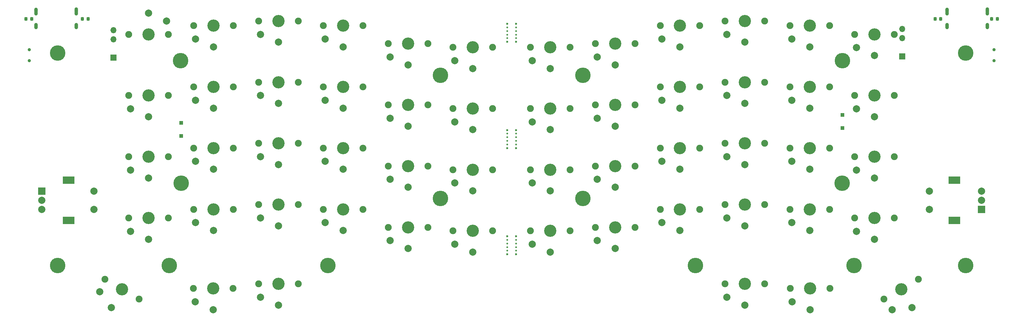
<source format=gbr>
%TF.GenerationSoftware,KiCad,Pcbnew,(5.99.0-8557-g8988e46ab1)*%
%TF.CreationDate,2021-02-27T10:01:51-07:00*%
%TF.ProjectId,SP56,53503536-2e6b-4696-9361-645f70636258,rev?*%
%TF.SameCoordinates,Original*%
%TF.FileFunction,Soldermask,Top*%
%TF.FilePolarity,Negative*%
%FSLAX46Y46*%
G04 Gerber Fmt 4.6, Leading zero omitted, Abs format (unit mm)*
G04 Created by KiCad (PCBNEW (5.99.0-8557-g8988e46ab1)) date 2021-02-27 10:01:51*
%MOMM*%
%LPD*%
G01*
G04 APERTURE LIST*
G04 Aperture macros list*
%AMRoundRect*
0 Rectangle with rounded corners*
0 $1 Rounding radius*
0 $2 $3 $4 $5 $6 $7 $8 $9 X,Y pos of 4 corners*
0 Add a 4 corners polygon primitive as box body*
4,1,4,$2,$3,$4,$5,$6,$7,$8,$9,$2,$3,0*
0 Add four circle primitives for the rounded corners*
1,1,$1+$1,$2,$3*
1,1,$1+$1,$4,$5*
1,1,$1+$1,$6,$7*
1,1,$1+$1,$8,$9*
0 Add four rect primitives between the rounded corners*
20,1,$1+$1,$2,$3,$4,$5,0*
20,1,$1+$1,$4,$5,$6,$7,0*
20,1,$1+$1,$6,$7,$8,$9,0*
20,1,$1+$1,$8,$9,$2,$3,0*%
G04 Aperture macros list end*
%ADD10C,4.300000*%
%ADD11C,1.900000*%
%ADD12C,3.400000*%
%ADD13C,2.000000*%
%ADD14R,1.700000X1.700000*%
%ADD15O,1.700000X1.700000*%
%ADD16R,1.000000X1.000000*%
%ADD17C,0.500000*%
%ADD18C,0.600000*%
%ADD19RoundRect,0.218750X0.218750X0.256250X-0.218750X0.256250X-0.218750X-0.256250X0.218750X-0.256250X0*%
%ADD20RoundRect,0.218750X-0.218750X-0.256250X0.218750X-0.256250X0.218750X0.256250X-0.218750X0.256250X0*%
%ADD21R,2.000000X2.000000*%
%ADD22R,3.200000X2.000000*%
%ADD23C,0.900000*%
%ADD24C,1.000000*%
G04 APERTURE END LIST*
D10*
%TO.C,H14*%
X98400000Y-77600000D03*
%TD*%
D11*
%TO.C,SW126*%
X121038140Y-86950000D03*
X111511860Y-81450000D03*
D12*
X116275000Y-84200000D03*
D13*
X110094873Y-84904294D03*
X113325000Y-89309550D03*
%TD*%
D14*
%TO.C,SWD/C1*%
X332875000Y-19500000D03*
D15*
X332875000Y-14420000D03*
X332875000Y-11880000D03*
%TD*%
D11*
%TO.C,SW113*%
X129175000Y-47400000D03*
D12*
X123675000Y-47400000D03*
D11*
X118175000Y-47400000D03*
D13*
X118675000Y-51100000D03*
X123675000Y-53300000D03*
%TD*%
D12*
%TO.C,SW2*%
X307175000Y-11000000D03*
D11*
X312675000Y-11000000D03*
X301675000Y-11000000D03*
D13*
X302175000Y-14700000D03*
X307175000Y-16900000D03*
%TD*%
D11*
%TO.C,SW21*%
X283675000Y-60700000D03*
X294675000Y-60700000D03*
D12*
X289175000Y-60700000D03*
D13*
X284175000Y-64400000D03*
X289175000Y-66600000D03*
%TD*%
D11*
%TO.C,SW9*%
X283675000Y-26700000D03*
D12*
X289175000Y-26700000D03*
D11*
X294675000Y-26700000D03*
D13*
X284175000Y-30400000D03*
X289175000Y-32600000D03*
%TD*%
D11*
%TO.C,SW1*%
X319675000Y-13400000D03*
D12*
X325175000Y-13400000D03*
D11*
X330675000Y-13400000D03*
D13*
X320175000Y-17100000D03*
X325175000Y-19300000D03*
%TD*%
D16*
%TO.C,J3*%
X316250000Y-35800000D03*
%TD*%
D12*
%TO.C,SW11*%
X253175000Y-33000000D03*
D11*
X258675000Y-33000000D03*
X247675000Y-33000000D03*
D13*
X248175000Y-36700000D03*
X253175000Y-38900000D03*
%TD*%
D12*
%TO.C,SW119*%
X123675000Y-64400000D03*
D11*
X129175000Y-64400000D03*
X118175000Y-64400000D03*
D13*
X118675000Y-68100000D03*
X123675000Y-70300000D03*
%TD*%
D16*
%TO.C,J2*%
X316250000Y-39400000D03*
%TD*%
D11*
%TO.C,SW106*%
X219175000Y-17000000D03*
D12*
X213675000Y-17000000D03*
D11*
X208175000Y-17000000D03*
D13*
X208675000Y-20700000D03*
X213675000Y-22900000D03*
%TD*%
D11*
%TO.C,SW28*%
X294675000Y-82700000D03*
X283675000Y-82700000D03*
D12*
X289175000Y-82700000D03*
D13*
X284175000Y-86400000D03*
X289175000Y-88600000D03*
%TD*%
D12*
%TO.C,SW127*%
X141575000Y-84000000D03*
D11*
X136075000Y-84000000D03*
X147075000Y-84000000D03*
D13*
X136575000Y-87700000D03*
X141575000Y-89900000D03*
%TD*%
D11*
%TO.C,SW26*%
X337338140Y-81450000D03*
X327811860Y-86950000D03*
D12*
X332575000Y-84200000D03*
D13*
X330094873Y-89904294D03*
X335525000Y-89309550D03*
%TD*%
D12*
%TO.C,SW123*%
X195675000Y-67000000D03*
D11*
X201175000Y-67000000D03*
X190175000Y-67000000D03*
D13*
X190675000Y-70700000D03*
X195675000Y-72900000D03*
%TD*%
D12*
%TO.C,SW115*%
X159675000Y-43700000D03*
D11*
X165175000Y-43700000D03*
X154175000Y-43700000D03*
D13*
X154675000Y-47400000D03*
X159675000Y-49600000D03*
%TD*%
D11*
%TO.C,SW18*%
X229675000Y-51000000D03*
X240675000Y-51000000D03*
D12*
X235175000Y-51000000D03*
D13*
X230175000Y-54700000D03*
X235175000Y-56900000D03*
%TD*%
D11*
%TO.C,SW27*%
X301775000Y-84000000D03*
D12*
X307275000Y-84000000D03*
D11*
X312775000Y-84000000D03*
D13*
X302275000Y-87700000D03*
X307275000Y-89900000D03*
%TD*%
D11*
%TO.C,SW19*%
X330675000Y-64400000D03*
X319675000Y-64400000D03*
D12*
X325175000Y-64400000D03*
D13*
X320175000Y-68100000D03*
X325175000Y-70300000D03*
%TD*%
D11*
%TO.C,SW17*%
X258675000Y-50000000D03*
D12*
X253175000Y-50000000D03*
D11*
X247675000Y-50000000D03*
D13*
X248175000Y-53700000D03*
X253175000Y-55900000D03*
%TD*%
D10*
%TO.C,H10*%
X132575000Y-20725000D03*
%TD*%
D17*
%TO.C,REF\u002A\u002A*%
X225675000Y-70500000D03*
X223175000Y-70500000D03*
X225675000Y-72500000D03*
X225675000Y-71500000D03*
X223175000Y-73500000D03*
X225675000Y-73500000D03*
D18*
X223175000Y-74500000D03*
X225675000Y-69500000D03*
D17*
X223175000Y-71500000D03*
X223175000Y-72500000D03*
D18*
X223175000Y-69500000D03*
X225675000Y-74500000D03*
%TD*%
D11*
%TO.C,SW7*%
X330675000Y-30400000D03*
X319675000Y-30400000D03*
D12*
X325175000Y-30400000D03*
D13*
X320175000Y-34100000D03*
X325175000Y-36300000D03*
%TD*%
D11*
%TO.C,SW103*%
X165175000Y-9700000D03*
D12*
X159675000Y-9700000D03*
D11*
X154175000Y-9700000D03*
D13*
X154675000Y-13400000D03*
X159675000Y-15600000D03*
%TD*%
D10*
%TO.C,H8*%
X275450000Y-77600000D03*
%TD*%
%TO.C,H13*%
X132675000Y-54725000D03*
%TD*%
D11*
%TO.C,SW15*%
X283675000Y-43700000D03*
D12*
X289175000Y-43700000D03*
D11*
X294675000Y-43700000D03*
D13*
X284175000Y-47400000D03*
X289175000Y-49600000D03*
%TD*%
D10*
%TO.C,H11*%
X204675000Y-24825000D03*
%TD*%
D12*
%TO.C,SW104*%
X177675000Y-11000000D03*
D11*
X183175000Y-11000000D03*
X172175000Y-11000000D03*
D13*
X172675000Y-14700000D03*
X177675000Y-16900000D03*
%TD*%
D16*
%TO.C,J104*%
X132700000Y-41600000D03*
%TD*%
D11*
%TO.C,SW20*%
X312675000Y-62000000D03*
X301675000Y-62000000D03*
D12*
X307175000Y-62000000D03*
D13*
X302175000Y-65700000D03*
X307175000Y-67900000D03*
%TD*%
D11*
%TO.C,SW22*%
X265675000Y-62000000D03*
D12*
X271175000Y-62000000D03*
D11*
X276675000Y-62000000D03*
D13*
X266175000Y-65700000D03*
X271175000Y-67900000D03*
%TD*%
D11*
%TO.C,SW16*%
X276675000Y-45000000D03*
D12*
X271175000Y-45000000D03*
D11*
X265675000Y-45000000D03*
D13*
X266175000Y-48700000D03*
X271175000Y-50900000D03*
%TD*%
D11*
%TO.C,SW118*%
X219175000Y-51000000D03*
X208175000Y-51000000D03*
D12*
X213675000Y-51000000D03*
D13*
X208675000Y-54700000D03*
X213675000Y-56900000D03*
%TD*%
D11*
%TO.C,SW10*%
X276675000Y-28000000D03*
D12*
X271175000Y-28000000D03*
D11*
X265675000Y-28000000D03*
D13*
X266175000Y-31700000D03*
X271175000Y-33900000D03*
%TD*%
D12*
%TO.C,SW101*%
X123675000Y-13400000D03*
D11*
X118175000Y-13400000D03*
X129175000Y-13400000D03*
D13*
X128675000Y-9700000D03*
X123675000Y-7500000D03*
%TD*%
D11*
%TO.C,SW23*%
X247675000Y-67000000D03*
X258675000Y-67000000D03*
D12*
X253175000Y-67000000D03*
D13*
X248175000Y-70700000D03*
X253175000Y-72900000D03*
%TD*%
D11*
%TO.C,SW5*%
X258675000Y-16000000D03*
X247675000Y-16000000D03*
D12*
X253175000Y-16000000D03*
D13*
X248175000Y-19700000D03*
X253175000Y-21900000D03*
%TD*%
D17*
%TO.C,REF\u002A\u002A*%
X223175000Y-43000000D03*
D18*
X223175000Y-45000000D03*
X225675000Y-40000000D03*
D17*
X223175000Y-44000000D03*
D18*
X225675000Y-45000000D03*
D17*
X225675000Y-43000000D03*
X225675000Y-44000000D03*
X223175000Y-42000000D03*
X223175000Y-41000000D03*
X225675000Y-41000000D03*
X225675000Y-42000000D03*
D18*
X223175000Y-40000000D03*
%TD*%
D11*
%TO.C,SW110*%
X183175000Y-28000000D03*
X172175000Y-28000000D03*
D12*
X177675000Y-28000000D03*
D13*
X172675000Y-31700000D03*
X177675000Y-33900000D03*
%TD*%
D12*
%TO.C,SW8*%
X307175000Y-28000000D03*
D11*
X312675000Y-28000000D03*
X301675000Y-28000000D03*
D13*
X302175000Y-31700000D03*
X307175000Y-33900000D03*
%TD*%
D11*
%TO.C,SW114*%
X147175000Y-45000000D03*
D12*
X141675000Y-45000000D03*
D11*
X136175000Y-45000000D03*
D13*
X136675000Y-48700000D03*
X141675000Y-50900000D03*
%TD*%
D12*
%TO.C,SW4*%
X271175000Y-11000000D03*
D11*
X276675000Y-11000000D03*
X265675000Y-11000000D03*
D13*
X266175000Y-14700000D03*
X271175000Y-16900000D03*
%TD*%
D10*
%TO.C,H12*%
X204675000Y-59025000D03*
%TD*%
D19*
%TO.C,D132*%
X106887500Y-9100000D03*
X105312500Y-9100000D03*
%TD*%
D12*
%TO.C,SW13*%
X325175000Y-47400000D03*
D11*
X319675000Y-47400000D03*
X330675000Y-47400000D03*
D13*
X320175000Y-51100000D03*
X325175000Y-53300000D03*
%TD*%
D20*
%TO.C,D31*%
X341962500Y-9100000D03*
X343537500Y-9100000D03*
%TD*%
D10*
%TO.C,H15*%
X129400000Y-77600000D03*
%TD*%
D11*
%TO.C,SW124*%
X219175000Y-68000000D03*
D12*
X213675000Y-68000000D03*
D11*
X208175000Y-68000000D03*
D13*
X208675000Y-71700000D03*
X213675000Y-73900000D03*
%TD*%
D21*
%TO.C,SW125*%
X93975000Y-57000000D03*
D13*
X93975000Y-62000000D03*
X93975000Y-59500000D03*
D22*
X101475000Y-53900000D03*
X101475000Y-65100000D03*
D13*
X108475000Y-62000000D03*
X108475000Y-57000000D03*
%TD*%
D11*
%TO.C,SW108*%
X147175000Y-28000000D03*
X136175000Y-28000000D03*
D12*
X141675000Y-28000000D03*
D13*
X136675000Y-31700000D03*
X141675000Y-33900000D03*
%TD*%
D10*
%TO.C,H7*%
X319450000Y-77600000D03*
%TD*%
D20*
%TO.C,D32*%
X357662500Y-9125000D03*
X359237500Y-9125000D03*
%TD*%
D11*
%TO.C,SW128*%
X165175000Y-82700000D03*
D12*
X159675000Y-82700000D03*
D11*
X154175000Y-82700000D03*
D13*
X154675000Y-86400000D03*
X159675000Y-88600000D03*
%TD*%
D11*
%TO.C,SW111*%
X190175000Y-33000000D03*
D12*
X195675000Y-33000000D03*
D11*
X201175000Y-33000000D03*
D13*
X190675000Y-36700000D03*
X195675000Y-38900000D03*
%TD*%
D12*
%TO.C,SW122*%
X177675000Y-62000000D03*
D11*
X183175000Y-62000000D03*
X172175000Y-62000000D03*
D13*
X172675000Y-65700000D03*
X177675000Y-67900000D03*
%TD*%
D12*
%TO.C,SW112*%
X213675000Y-34000000D03*
D11*
X219175000Y-34000000D03*
X208175000Y-34000000D03*
D13*
X208675000Y-37700000D03*
X213675000Y-39900000D03*
%TD*%
D10*
%TO.C,H16*%
X173400000Y-77600000D03*
%TD*%
D12*
%TO.C,SW24*%
X235175000Y-68000000D03*
D11*
X240675000Y-68000000D03*
X229675000Y-68000000D03*
D13*
X230175000Y-71700000D03*
X235175000Y-73900000D03*
%TD*%
D12*
%TO.C,SW12*%
X235175000Y-34000000D03*
D11*
X229675000Y-34000000D03*
X240675000Y-34000000D03*
D13*
X230175000Y-37700000D03*
X235175000Y-39900000D03*
%TD*%
D18*
%TO.C,REF\u002A\u002A*%
X223175000Y-10500000D03*
D17*
X225675000Y-11500000D03*
D18*
X225675000Y-15500000D03*
D17*
X223175000Y-13500000D03*
X223175000Y-12500000D03*
X225675000Y-12500000D03*
X225675000Y-13500000D03*
X223175000Y-14500000D03*
D18*
X223175000Y-15500000D03*
D17*
X223175000Y-11500000D03*
X225675000Y-14500000D03*
D18*
X225675000Y-10500000D03*
%TD*%
D11*
%TO.C,SW120*%
X147175000Y-62000000D03*
D12*
X141675000Y-62000000D03*
D11*
X136175000Y-62000000D03*
D13*
X136675000Y-65700000D03*
X141675000Y-67900000D03*
%TD*%
D11*
%TO.C,SW109*%
X165175000Y-26700000D03*
X154175000Y-26700000D03*
D12*
X159675000Y-26700000D03*
D13*
X154675000Y-30400000D03*
X159675000Y-32600000D03*
%TD*%
D12*
%TO.C,SW105*%
X195675000Y-16000000D03*
D11*
X190175000Y-16000000D03*
X201175000Y-16000000D03*
D13*
X190675000Y-19700000D03*
X195675000Y-21900000D03*
%TD*%
D11*
%TO.C,SW107*%
X129175000Y-30400000D03*
X118175000Y-30400000D03*
D12*
X123675000Y-30400000D03*
D13*
X118675000Y-34100000D03*
X123675000Y-36300000D03*
%TD*%
D11*
%TO.C,SW3*%
X283675000Y-9700000D03*
D12*
X289175000Y-9700000D03*
D11*
X294675000Y-9700000D03*
D13*
X284175000Y-13400000D03*
X289175000Y-15600000D03*
%TD*%
D11*
%TO.C,SW6*%
X229675000Y-17000000D03*
D12*
X235175000Y-17000000D03*
D11*
X240675000Y-17000000D03*
D13*
X230175000Y-20700000D03*
X235175000Y-22900000D03*
%TD*%
D11*
%TO.C,SW14*%
X301675000Y-45000000D03*
D12*
X307175000Y-45000000D03*
D11*
X312675000Y-45000000D03*
D13*
X302175000Y-48700000D03*
X307175000Y-50900000D03*
%TD*%
D16*
%TO.C,J103*%
X132700000Y-38000000D03*
%TD*%
D11*
%TO.C,SW117*%
X201175000Y-50000000D03*
D12*
X195675000Y-50000000D03*
D11*
X190175000Y-50000000D03*
D13*
X190675000Y-53700000D03*
X195675000Y-55900000D03*
%TD*%
D11*
%TO.C,SW102*%
X136175000Y-11000000D03*
D12*
X141675000Y-11000000D03*
D11*
X147175000Y-11000000D03*
D13*
X136675000Y-14700000D03*
X141675000Y-16900000D03*
%TD*%
D10*
%TO.C,H9*%
X98400000Y-18600000D03*
%TD*%
D19*
%TO.C,D131*%
X91187500Y-9125000D03*
X89612500Y-9125000D03*
%TD*%
D11*
%TO.C,SW116*%
X172175000Y-45000000D03*
X183175000Y-45000000D03*
D12*
X177675000Y-45000000D03*
D13*
X172675000Y-48700000D03*
X177675000Y-50900000D03*
%TD*%
D11*
%TO.C,SW121*%
X154175000Y-60700000D03*
D12*
X159675000Y-60700000D03*
D11*
X165175000Y-60700000D03*
D13*
X154675000Y-64400000D03*
X159675000Y-66600000D03*
%TD*%
D21*
%TO.C,SW25*%
X354875000Y-62000000D03*
D13*
X354875000Y-57000000D03*
X354875000Y-59500000D03*
D22*
X347375000Y-65100000D03*
X347375000Y-53900000D03*
D13*
X340375000Y-57000000D03*
X340375000Y-62000000D03*
%TD*%
D10*
%TO.C,H1*%
X316175000Y-54725000D03*
%TD*%
%TO.C,H3*%
X244175000Y-59025000D03*
%TD*%
D23*
%TO.C,BATT101*%
X90550000Y-17700000D03*
X90550000Y-20700000D03*
%TD*%
D14*
%TO.C,SWD/C101*%
X113900000Y-19900000D03*
D15*
X113900000Y-14820000D03*
X113900000Y-12280000D03*
%TD*%
D10*
%TO.C,H6*%
X244175000Y-24825000D03*
%TD*%
%TO.C,H5*%
X316275000Y-20725000D03*
%TD*%
%TO.C,H2*%
X350450000Y-77600000D03*
%TD*%
D24*
%TO.C,J101*%
X92399700Y-7680100D03*
X103550300Y-7667400D03*
X92399400Y-10694000D03*
X103550300Y-11210700D03*
X103550000Y-11456000D03*
X92400000Y-6460900D03*
X103550300Y-7032400D03*
X92399400Y-10956700D03*
X103550000Y-10694000D03*
X92399700Y-6740300D03*
X92399700Y-11210700D03*
X103550600Y-6448200D03*
X92399400Y-11456000D03*
X103550300Y-6727600D03*
X103550000Y-10956700D03*
X103550300Y-7375300D03*
X92399700Y-7045100D03*
X92399700Y-7388000D03*
%TD*%
D10*
%TO.C,H4*%
X350450000Y-18600000D03*
%TD*%
D23*
%TO.C,BATT1*%
X358300000Y-20700000D03*
X358300000Y-17700000D03*
%TD*%
D24*
%TO.C,J1*%
X345299700Y-7680100D03*
X356450300Y-7667400D03*
X345299400Y-10694000D03*
X356450300Y-11210700D03*
X356450000Y-11456000D03*
X345300000Y-6460900D03*
X356450300Y-7032400D03*
X345299400Y-10956700D03*
X356450000Y-10694000D03*
X345299700Y-6740300D03*
X345299700Y-11210700D03*
X356450600Y-6448200D03*
X345299400Y-11456000D03*
X356450300Y-6727600D03*
X356450000Y-10956700D03*
X356450300Y-7375300D03*
X345299700Y-7045100D03*
X345299700Y-7388000D03*
%TD*%
M02*

</source>
